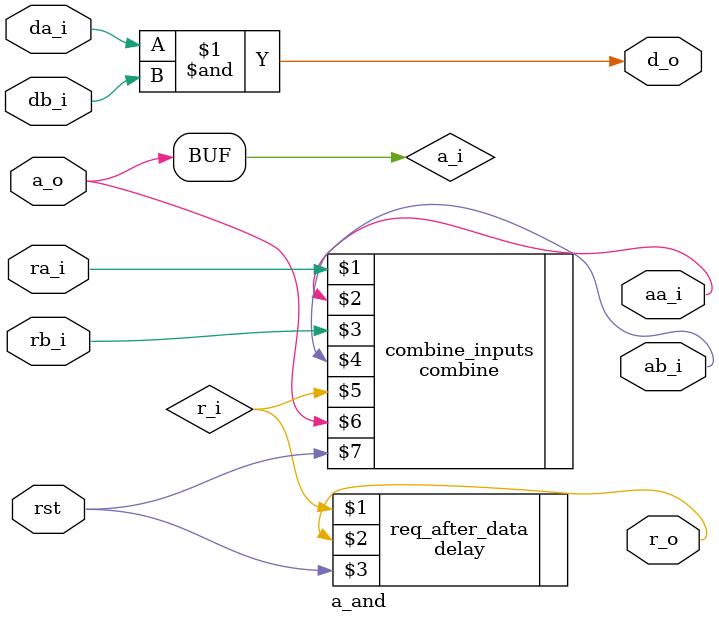
<source format=sv>
`ifndef __and

`include "../delay/delay.sv"
`include "../flow/combine.sv"

module a_and #(
  parameter Rpol = 1'b0,

  parameter N = 32'b1
  ) (
    input ra_i,
    output aa_i,
    input [N-1:0] da_i,

    input rb_i,
    output ab_i,
    input [N-1:0] db_i,

    output r_o,
    input a_o,
    output [N-1:0] d_o,

    input rst);

  wire r_i, a_i;

  combine #(
    .Rpol(Rpol)
    ) combine_inputs (
      ra_i, aa_i,
      rb_i, ab_i,
      r_i, a_i,
      rst
      );

  delay #(
    .T(32'd2),
    .Rpol(Rpol)
    ) req_after_data (
    r_i, r_o, rst
    );

  assign a_i = a_o;

  assign d_o = da_i & db_i;

endmodule

`define __and
`endif

</source>
